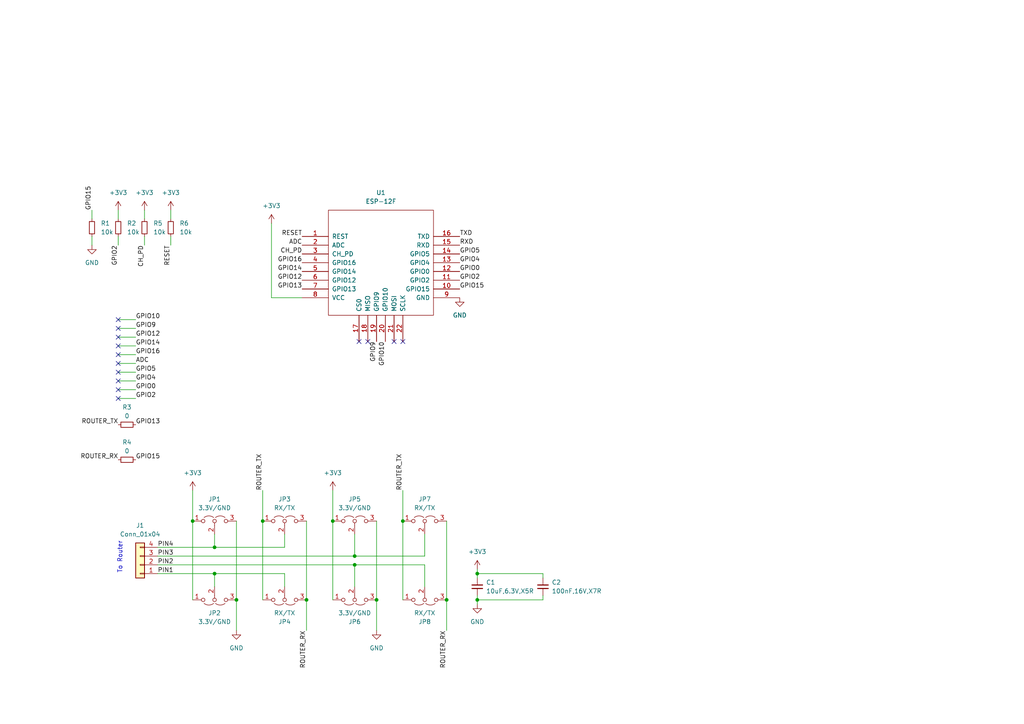
<source format=kicad_sch>
(kicad_sch (version 20211123) (generator eeschema)
  (paper "A4")
  (lib_symbols
    (symbol "Connector_Generic:Conn_01x04" (pin_names (offset 1.016) hide)
      (property "Reference" "J" (at 0 5.08 0))
      (property "Value" "Conn_01x04" (at 0 -7.62 0))
      (symbol "Conn_01x04_1_1"
        (rectangle (start -1.27 -4.953) (end 0 -5.207) (stroke (width 0.1524)))
        (rectangle (start -1.27 -2.413) (end 0 -2.667) (stroke (width 0.1524)))
        (rectangle (start -1.27 0.127) (end 0 -0.127) (stroke (width 0.1524)))
        (rectangle (start -1.27 2.667) (end 0 2.413) (stroke (width 0.1524)))
        (rectangle (start -1.27 3.81) (end 1.27 -6.35) (stroke (width 0.254)) (fill (type background)))
        (pin passive line (at -5.08 2.54 0) (length 3.81) (name "Pin_1") (number "1"))
        (pin passive line (at -5.08 0 0) (length 3.81) (name "Pin_2") (number "2"))
        (pin passive line (at -5.08 -2.54 0) (length 3.81) (name "Pin_3") (number "3"))
        (pin passive line (at -5.08 -5.08 0) (length 3.81) (name "Pin_4") (number "4"))
      )
    )
    (symbol "ESP8266:ESP-12F" (pin_names (offset 1.016))
      (property "Reference" "U" (at 0 -2.54 0))
      (property "Value" "ESP-12F" (at 0 2.54 0))
      (symbol "ESP-12F_1_0"
        (rectangle (start -15.24 -15.24) (end 15.24 15.24))
      )
      (symbol "ESP-12F_1_1"
        (pin input line (at -22.86 7.62 0) (length 7.62) (name "REST") (number "1"))
        (pin bidirectional line (at 22.86 -7.62 180) (length 7.62) (name "GPIO15") (number "10"))
        (pin bidirectional line (at 22.86 -5.08 180) (length 7.62) (name "GPIO2") (number "11"))
        (pin bidirectional line (at 22.86 -2.54 180) (length 7.62) (name "GPIO0") (number "12"))
        (pin bidirectional line (at 22.86 0 180) (length 7.62) (name "GPIO4") (number "13"))
        (pin bidirectional line (at 22.86 2.54 180) (length 7.62) (name "GPIO5") (number "14"))
        (pin input line (at 22.86 5.08 180) (length 7.62) (name "RXD") (number "15"))
        (pin output line (at 22.86 7.62 180) (length 7.62) (name "TXD") (number "16"))
        (pin bidirectional line (at -6.35 -22.86 90) (length 7.62) (name "CS0") (number "17"))
        (pin bidirectional line (at -3.81 -22.86 90) (length 7.62) (name "MISO") (number "18"))
        (pin bidirectional line (at -1.27 -22.86 90) (length 7.62) (name "GPIO9") (number "19"))
        (pin passive line (at -22.86 5.08 0) (length 7.62) (name "ADC") (number "2"))
        (pin bidirectional line (at 1.27 -22.86 90) (length 7.62) (name "GPIO10") (number "20"))
        (pin bidirectional line (at 3.81 -22.86 90) (length 7.62) (name "MOSI") (number "21"))
        (pin bidirectional line (at 6.35 -22.86 90) (length 7.62) (name "SCLK") (number "22"))
        (pin input line (at -22.86 2.54 0) (length 7.62) (name "CH_PD") (number "3"))
        (pin bidirectional line (at -22.86 0 0) (length 7.62) (name "GPIO16") (number "4"))
        (pin bidirectional line (at -22.86 -2.54 0) (length 7.62) (name "GPIO14") (number "5"))
        (pin bidirectional line (at -22.86 -5.08 0) (length 7.62) (name "GPIO12") (number "6"))
        (pin bidirectional line (at -22.86 -7.62 0) (length 7.62) (name "GPIO13") (number "7"))
        (pin power_in line (at -22.86 -10.16 0) (length 7.62) (name "VCC") (number "8"))
        (pin power_in line (at 22.86 -10.16 180) (length 7.62) (name "GND") (number "9"))
      )
    )
    (symbol "Jumper:Jumper_3_Open" (pin_names (offset 0) hide)
      (property "Reference" "JP" (at -2.54 -2.54 0))
      (property "Value" "Jumper_3_Open" (at 0 2.794 0))
      (symbol "Jumper_3_Open_0_0"
        (circle (center -3.302 0) (radius 0.508))
        (circle (center 0 0) (radius 0.508))
        (circle (center 3.302 0) (radius 0.508))
      )
      (symbol "Jumper_3_Open_0_1"
        (arc (start -0.254 1.016) (mid -1.651 1.4992) (end -3.048 1.016))
        (polyline (pts (xy 0 -0.508) (xy 0 -1.27)))
        (arc (start 3.048 1.016) (mid 1.651 1.4992) (end 0.254 1.016))
      )
      (symbol "Jumper_3_Open_1_1"
        (pin passive line (at -6.35 0 0) (length 2.54) (name "A") (number "1"))
        (pin passive line (at 0 -3.81 90) (length 2.54) (name "C") (number "2"))
        (pin passive line (at 6.35 0 180) (length 2.54) (name "B") (number "3"))
      )
    )
    (symbol "jlcpcb-basic-capacitor-0402:100nF,16V,X7R "
      (property "Reference" "C" (at 1.71 0.508 0))
      (property "Value" "100nF,16V,X7R " (at 1.71 -1.016 0))
      (symbol "100nF,16V,X7R _0_0"
        (polyline (pts (xy -1.524 -0.508) (xy 1.524 -0.508)) (stroke (width 0.3048)))
        (polyline (pts (xy -1.524 0.508) (xy 1.524 0.508)) (stroke (width 0.3048)))
        (pin passive line (at 0 2.54 270) (length 2.032) (name "~") (number "1"))
        (pin passive line (at 0 -2.54 90) (length 2.032) (name "~") (number "2"))
      )
    )
    (symbol "jlcpcb-basic-capacitor-0402:10uF,6.3V,X5R "
      (property "Reference" "C" (at 1.71 0.508 0))
      (property "Value" "10uF,6.3V,X5R " (at 1.71 -1.016 0))
      (symbol "10uF,6.3V,X5R _0_0"
        (polyline (pts (xy -1.524 -0.508) (xy 1.524 -0.508)) (stroke (width 0.3048)))
        (polyline (pts (xy -1.524 0.508) (xy 1.524 0.508)) (stroke (width 0.3048)))
        (pin passive line (at 0 2.54 270) (length 2.032) (name "~") (number "1"))
        (pin passive line (at 0 -2.54 90) (length 2.032) (name "~") (number "2"))
      )
    )
    (symbol "jlcpcb-basic-resistor-0402:0"
      (property "Reference" "R" (at 0.762 0.508 0))
      (property "Value" "0" (at 0.762 -1.016 0))
      (symbol "0_0_0"
        (rectangle (start -0.762 1.778) (end 0.762 -1.778) (stroke (width 0.2032)))
        (pin passive line (at 0 2.54 270) (length 0.762) (name "~") (number "1"))
        (pin passive line (at 0 -2.54 90) (length 0.762) (name "~") (number "2"))
      )
    )
    (symbol "jlcpcb-basic-resistor-0402:10k"
      (property "Reference" "R" (at 0.762 0.508 0))
      (property "Value" "10k" (at 0.762 -1.016 0))
      (symbol "10k_0_0"
        (rectangle (start -0.762 1.778) (end 0.762 -1.778) (stroke (width 0.2032)))
        (pin passive line (at 0 2.54 270) (length 0.762) (name "~") (number "1"))
        (pin passive line (at 0 -2.54 90) (length 0.762) (name "~") (number "2"))
      )
    )
    (symbol "power:+3.3V" (power) (pin_names (offset 0))
      (property "Value" "+3.3V" (at 0 3.556 0))
      (symbol "+3.3V_0_1"
        (polyline (pts (xy -0.762 1.27) (xy 0 2.54)))
        (polyline (pts (xy 0 0) (xy 0 2.54)))
        (polyline (pts (xy 0 2.54) (xy 0.762 1.27)))
      )
      (symbol "+3.3V_1_1"
        (pin power_in line (at 0 0 90) (length 0) hide (name "+3V3") (number "1"))
      )
    )
    (symbol "power:GND" (power) (pin_names (offset 0))
      (property "Value" "GND" (at 0 -3.81 0))
      (symbol "GND_0_1"
        (polyline (pts (xy 0 0) (xy 0 -1.27) (xy 1.27 -1.27) (xy 0 -2.54) (xy -1.27 -1.27) (xy 0 -1.27)))
      )
      (symbol "GND_1_1"
        (pin power_in line (at 0 0 270) (length 0) hide (name "GND") (number "1"))
      )
    )
  )
  (junction (at 68.58 173.99))
  (junction (at 76.2 151.13))
  (junction (at 129.54 173.99))
  (junction (at 116.84 151.13))
  (junction (at 88.9 173.99))
  (junction (at 102.87 163.83))
  (junction (at 62.23 166.37))
  (junction (at 96.52 151.13))
  (junction (at 109.22 173.99))
  (junction (at 138.43 166.37))
  (junction (at 55.88 151.13))
  (junction (at 102.87 161.29))
  (junction (at 62.23 158.75))
  (junction (at 138.43 173.99))
  (no_connect (at 114.3 99.06))
  (no_connect (at 116.84 99.06))
  (no_connect (at 106.68 99.06))
  (no_connect (at 104.14 99.06))
  (no_connect (at 34.29 105.41))
  (no_connect (at 34.29 102.87))
  (no_connect (at 34.29 100.33))
  (no_connect (at 34.29 97.79))
  (no_connect (at 34.29 107.95))
  (no_connect (at 34.29 113.03))
  (no_connect (at 34.29 115.57))
  (no_connect (at 34.29 110.49))
  (no_connect (at 34.29 95.25))
  (no_connect (at 34.29 92.71))
  (wire (pts (xy 34.29 113.03) (xy 39.37 113.03)))
  (wire (pts (xy 45.72 166.37) (xy 62.23 166.37)))
  (wire (pts (xy 138.43 166.37) (xy 138.43 167.64)))
  (wire (pts (xy 49.53 68.58) (xy 49.53 71.12)))
  (wire (pts (xy 102.87 161.29) (xy 123.19 161.29)))
  (wire (pts (xy 82.55 158.75) (xy 82.55 154.94)))
  (wire (pts (xy 62.23 166.37) (xy 62.23 170.18)))
  (wire (pts (xy 34.29 92.71) (xy 39.37 92.71)))
  (wire (pts (xy 34.29 107.95) (xy 39.37 107.95)))
  (wire (pts (xy 45.72 158.75) (xy 62.23 158.75)))
  (wire (pts (xy 88.9 173.99) (xy 88.9 182.88)))
  (wire (pts (xy 116.84 151.13) (xy 116.84 173.99)))
  (wire (pts (xy 68.58 151.13) (xy 68.58 173.99)))
  (wire (pts (xy 62.23 158.75) (xy 82.55 158.75)))
  (wire (pts (xy 26.67 68.58) (xy 26.67 71.12)))
  (wire (pts (xy 116.84 142.24) (xy 116.84 151.13)))
  (wire (pts (xy 62.23 166.37) (xy 82.55 166.37)))
  (wire (pts (xy 55.88 142.24) (xy 55.88 151.13)))
  (wire (pts (xy 82.55 166.37) (xy 82.55 170.18)))
  (wire (pts (xy 78.74 64.77) (xy 78.74 86.36)))
  (wire (pts (xy 157.48 173.99) (xy 157.48 172.72)))
  (wire (pts (xy 34.29 115.57) (xy 39.37 115.57)))
  (wire (pts (xy 62.23 158.75) (xy 62.23 154.94)))
  (wire (pts (xy 34.29 68.58) (xy 34.29 71.12)))
  (wire (pts (xy 123.19 170.18) (xy 123.19 163.83)))
  (wire (pts (xy 109.22 151.13) (xy 109.22 173.99)))
  (wire (pts (xy 123.19 154.94) (xy 123.19 161.29)))
  (wire (pts (xy 34.29 100.33) (xy 39.37 100.33)))
  (wire (pts (xy 45.72 163.83) (xy 102.87 163.83)))
  (wire (pts (xy 138.43 172.72) (xy 138.43 173.99)))
  (wire (pts (xy 123.19 163.83) (xy 102.87 163.83)))
  (wire (pts (xy 157.48 166.37) (xy 157.48 167.64)))
  (wire (pts (xy 41.91 60.96) (xy 41.91 63.5)))
  (wire (pts (xy 102.87 154.94) (xy 102.87 161.29)))
  (wire (pts (xy 88.9 151.13) (xy 88.9 173.99)))
  (wire (pts (xy 76.2 151.13) (xy 76.2 173.99)))
  (wire (pts (xy 138.43 165.1) (xy 138.43 166.37)))
  (wire (pts (xy 34.29 97.79) (xy 39.37 97.79)))
  (wire (pts (xy 138.43 173.99) (xy 138.43 175.26)))
  (wire (pts (xy 129.54 151.13) (xy 129.54 173.99)))
  (wire (pts (xy 26.67 60.96) (xy 26.67 63.5)))
  (wire (pts (xy 78.74 86.36) (xy 87.63 86.36)))
  (wire (pts (xy 45.72 161.29) (xy 102.87 161.29)))
  (wire (pts (xy 68.58 173.99) (xy 68.58 182.88)))
  (wire (pts (xy 34.29 60.96) (xy 34.29 63.5)))
  (wire (pts (xy 96.52 142.24) (xy 96.52 151.13)))
  (wire (pts (xy 55.88 151.13) (xy 55.88 173.99)))
  (wire (pts (xy 34.29 95.25) (xy 39.37 95.25)))
  (wire (pts (xy 34.29 105.41) (xy 39.37 105.41)))
  (wire (pts (xy 34.29 110.49) (xy 39.37 110.49)))
  (wire (pts (xy 34.29 102.87) (xy 39.37 102.87)))
  (wire (pts (xy 76.2 142.24) (xy 76.2 151.13)))
  (wire (pts (xy 129.54 173.99) (xy 129.54 182.88)))
  (wire (pts (xy 138.43 173.99) (xy 157.48 173.99)))
  (wire (pts (xy 96.52 151.13) (xy 96.52 173.99)))
  (wire (pts (xy 109.22 173.99) (xy 109.22 182.88)))
  (wire (pts (xy 41.91 68.58) (xy 41.91 71.12)))
  (wire (pts (xy 102.87 163.83) (xy 102.87 170.18)))
  (wire (pts (xy 138.43 166.37) (xy 157.48 166.37)))
  (wire (pts (xy 49.53 60.96) (xy 49.53 63.5)))
  (text "To Router" (at 35.56 166.37 90) (effects (font (size 1.27 1.27)) (justify left bottom)))
  (label "ROUTER_TX" (at 34.29 123.19 180))
  (label "GPIO5" (at 39.37 107.95 0))
  (label "TXD" (at 133.35 68.58 0))
  (label "ADC" (at 87.63 71.12 180))
  (label "GPIO12" (at 87.63 81.28 180))
  (label "GPIO15" (at 26.67 60.96 90))
  (label "GPIO4" (at 133.35 76.2 0))
  (label "GPIO10" (at 111.76 99.06 270))
  (label "PIN2" (at 45.72 163.83 0))
  (label "PIN3" (at 45.72 161.29 0))
  (label "GPIO13" (at 39.37 123.19 0))
  (label "GPIO0" (at 39.37 113.03 0))
  (label "PIN4" (at 45.72 158.75 0))
  (label "GPIO4" (at 39.37 110.49 0))
  (label "GPIO12" (at 39.37 97.79 0))
  (label "ADC" (at 39.37 105.41 0))
  (label "GPIO5" (at 133.35 73.66 0))
  (label "CH_PD" (at 41.91 71.12 270))
  (label "GPIO16" (at 87.63 76.2 180))
  (label "ROUTER_TX" (at 76.2 142.24 90))
  (label "RXD" (at 133.35 71.12 0))
  (label "GPIO9" (at 39.37 95.25 0))
  (label "RESET" (at 87.63 68.58 180))
  (label "ROUTER_RX" (at 129.54 182.88 270))
  (label "GPIO2" (at 39.37 115.57 0))
  (label "GPIO14" (at 39.37 100.33 0))
  (label "ROUTER_TX" (at 116.84 142.24 90))
  (label "CH_PD" (at 87.63 73.66 180))
  (label "PIN1" (at 45.72 166.37 0))
  (label "GPIO16" (at 39.37 102.87 0))
  (label "GPIO13" (at 87.63 83.82 180))
  (label "ROUTER_RX" (at 88.9 182.88 270))
  (label "GPIO2" (at 133.35 81.28 0))
  (label "GPIO9" (at 109.22 99.06 270))
  (label "ROUTER_RX" (at 34.29 133.35 180))
  (label "GPIO14" (at 87.63 78.74 180))
  (label "GPIO2" (at 34.29 71.12 270))
  (label "GPIO0" (at 133.35 78.74 0))
  (label "RESET" (at 49.53 71.12 270))
  (label "GPIO15" (at 39.37 133.35 0))
  (label "GPIO15" (at 133.35 83.82 0))
  (label "GPIO10" (at 39.37 92.71 0))
  (symbol (lib_id "power:+3.3V") (at 49.53 60.96 0) (unit 1)
    (property "Reference" "#PWR04" (effects hide))
    (property "Value" "+3.3V" (at 49.53 55.88 0))
  )
  (symbol (lib_id "power:GND") (at 109.22 182.88 0) (unit 1)
    (property "Reference" "#PWR09" (effects hide))
    (property "Value" "GND" (at 109.22 187.96 0))
  )
  (symbol (lib_id "Jumper:Jumper_3_Open") (at 102.87 173.99 0) (mirror x) (unit 1)
    (property "Reference" "JP6" (at 102.87 180.34 0))
    (property "Value" "3.3V{slash}GND" (at 102.87 177.8 0))
    (property "Footprint" "Jumper:SolderJumper-3_P2.0mm_Open_TrianglePad1.0x1.5mm" (effects hide))
  )
  (symbol (lib_id "Connector_Generic:Conn_01x04") (at 40.64 163.83 180) (unit 1)
    (property "Reference" "J1" (at 40.64 152.4 0))
    (property "Value" "Conn_01x04" (at 40.64 154.94 0))
    (property "Footprint" "esp8266-dongle:PinHeader_1x04_P2.54mm_Horizontal" (effects hide))
  )
  (symbol (lib_id "power:+3.3V") (at 96.52 142.24 0) (unit 1)
    (property "Reference" "#PWR08" (effects hide))
    (property "Value" "+3.3V" (at 96.52 137.16 0))
  )
  (symbol (lib_id "Jumper:Jumper_3_Open") (at 62.23 173.99 0) (mirror x) (unit 1)
    (property "Reference" "JP2" (at 62.23 177.8 0))
    (property "Value" "3.3V/GND" (at 62.23 180.34 0))
    (property "Footprint" "Jumper:SolderJumper-3_P2.0mm_Open_TrianglePad1.0x1.5mm" (effects hide))
  )
  (symbol (lib_id "power:+3.3V") (at 41.91 60.96 0) (unit 1)
    (property "Reference" "#PWR03" (effects hide))
    (property "Value" "+3.3V" (at 41.91 55.88 0))
  )
  (symbol (lib_id "jlcpcb-basic-resistor-0402:10k") (at 34.29 66.04 0) (unit 1)
    (property "Reference" "R2" (at 36.83 64.7699 0) (effects (justify left)))
    (property "Value" "10k" (at 36.83 67.3099 0) (effects (justify left)))
    (property "Footprint" "Resistor_SMD:R_0402_1005Metric" (effects hide))
    (property "Datasheet" "https://datasheet.lcsc.com/lcsc/2110260030_UNI-ROYAL-Uniroyal-Elec-0402WGF1002TCE_C25744.pdf" (effects hide))
    (property "LCSC" "C25744" (effects hide))
    (property "MFG" "UNI-ROYAL(Uniroyal Elec)" (effects hide))
    (property "MFGPN" "0402WGF1002TCE" (effects hide))
  )
  (symbol (lib_id "jlcpcb-basic-capacitor-0402:10uF,6.3V,X5R ") (at 138.43 170.18 0) (unit 1)
    (property "Reference" "C1" (at 140.97 168.9099 0) (effects (justify left)))
    (property "Value" "10uF,6.3V,X5R " (at 140.97 171.4499 0) (effects (justify left)))
    (property "Footprint" "Capacitor_SMD:C_0402_1005Metric" (effects hide))
    (property "Datasheet" "https://datasheet.lcsc.com/lcsc/1810191215_Samsung-Electro-Mechanics-CL05A106MQ5NUNC_C15525.pdf" (effects hide))
    (property "LCSC" "C15525" (effects hide))
    (property "MFG" "Samsung Electro-Mechanics" (effects hide))
    (property "MFGPN" "CL05A106MQ5NUNC" (effects hide))
  )
  (symbol (lib_id "Jumper:Jumper_3_Open") (at 102.87 151.13 0) (unit 1)
    (property "Reference" "JP5" (at 102.87 144.78 0))
    (property "Value" "3.3V{slash}GND" (at 102.87 147.32 0))
    (property "Footprint" "Jumper:SolderJumper-3_P2.0mm_Open_TrianglePad1.0x1.5mm" (effects hide))
  )
  (symbol (lib_id "jlcpcb-basic-resistor-0402:0") (at 36.83 133.35 90) (unit 1)
    (property "Reference" "R4" (at 36.83 128.27 90))
    (property "Value" "0" (at 36.83 130.81 90))
    (property "Footprint" "Resistor_SMD:R_0402_1005Metric" (effects hide))
    (property "Datasheet" "https://datasheet.lcsc.com/lcsc/2110251730_UNI-ROYAL-Uniroyal-Elec-0402WGF0000TCE_C17168.pdf" (effects hide))
    (property "LCSC" "C17168" (effects hide))
    (property "MFG" "UNI-ROYAL(Uniroyal Elec)" (effects hide))
    (property "MFGPN" "0402WGF0000TCE" (effects hide))
  )
  (symbol (lib_id "power:+3.3V") (at 78.74 64.77 0) (unit 1)
    (property "Reference" "#PWR07" (effects hide))
    (property "Value" "+3.3V" (at 78.74 59.69 0))
  )
  (symbol (lib_id "jlcpcb-basic-capacitor-0402:100nF,16V,X7R ") (at 157.48 170.18 0) (unit 1)
    (property "Reference" "C2" (at 160.02 168.9099 0) (effects (justify left)))
    (property "Value" "100nF,16V,X7R " (at 160.02 171.4499 0) (effects (justify left)))
    (property "Footprint" "Capacitor_SMD:C_0402_1005Metric" (effects hide))
    (property "Datasheet" "https://datasheet.lcsc.com/lcsc/1810191219_Samsung-Electro-Mechanics-CL05B104KO5NNNC_C1525.pdf" (effects hide))
    (property "LCSC" "C1525" (effects hide))
    (property "MFG" "Samsung Electro-Mechanics" (effects hide))
    (property "MFGPN" "CL05B104KO5NNNC" (effects hide))
  )
  (symbol (lib_id "Jumper:Jumper_3_Open") (at 62.23 151.13 0) (unit 1)
    (property "Reference" "JP1" (at 62.23 144.78 0))
    (property "Value" "3.3V/GND" (at 62.23 147.32 0))
    (property "Footprint" "Jumper:SolderJumper-3_P2.0mm_Open_TrianglePad1.0x1.5mm" (effects hide))
  )
  (symbol (lib_id "Jumper:Jumper_3_Open") (at 82.55 173.99 0) (mirror x) (unit 1)
    (property "Reference" "JP4" (at 82.55 180.34 0))
    (property "Value" "RX{slash}TX" (at 82.55 177.8 0))
    (property "Footprint" "Jumper:SolderJumper-3_P2.0mm_Open_TrianglePad1.0x1.5mm" (effects hide))
  )
  (symbol (lib_id "power:GND") (at 133.35 86.36 0) (unit 1)
    (property "Reference" "#PWR010" (effects hide))
    (property "Value" "GND" (at 133.35 91.44 0))
  )
  (symbol (lib_id "jlcpcb-basic-resistor-0402:0") (at 36.83 123.19 90) (unit 1)
    (property "Reference" "R3" (at 36.83 118.11 90))
    (property "Value" "0" (at 36.83 120.65 90))
    (property "Footprint" "Resistor_SMD:R_0402_1005Metric" (effects hide))
    (property "Datasheet" "https://datasheet.lcsc.com/lcsc/2110251730_UNI-ROYAL-Uniroyal-Elec-0402WGF0000TCE_C17168.pdf" (effects hide))
    (property "LCSC" "C17168" (effects hide))
    (property "MFG" "UNI-ROYAL(Uniroyal Elec)" (effects hide))
    (property "MFGPN" "0402WGF0000TCE" (effects hide))
  )
  (symbol (lib_id "power:GND") (at 138.43 175.26 0) (unit 1)
    (property "Reference" "#PWR012" (effects hide))
    (property "Value" "GND" (at 138.43 180.34 0))
  )
  (symbol (lib_id "Jumper:Jumper_3_Open") (at 123.19 173.99 0) (mirror x) (unit 1)
    (property "Reference" "JP8" (at 123.19 180.34 0))
    (property "Value" "RX{slash}TX" (at 123.19 177.8 0))
    (property "Footprint" "Jumper:SolderJumper-3_P2.0mm_Open_TrianglePad1.0x1.5mm" (effects hide))
  )
  (symbol (lib_id "ESP8266:ESP-12F") (at 110.49 76.2 0) (unit 1)
    (property "Reference" "U1" (at 110.49 55.88 0))
    (property "Value" "ESP-12F" (at 110.49 58.42 0))
    (property "Footprint" "esp8266-dongle:ESP-12E_SMD" (effects hide))
    (property "Datasheet" "http://l0l.org.uk/2014/12/esp8266-modules-hardware-guide-gotta-catch-em-all/" (effects hide))
  )
  (symbol (lib_id "power:+3.3V") (at 34.29 60.96 0) (unit 1)
    (property "Reference" "#PWR02" (effects hide))
    (property "Value" "+3.3V" (at 34.29 55.88 0))
  )
  (symbol (lib_id "jlcpcb-basic-resistor-0402:10k") (at 49.53 66.04 0) (unit 1)
    (property "Reference" "R6" (at 52.07 64.7699 0) (effects (justify left)))
    (property "Value" "10k" (at 52.07 67.3099 0) (effects (justify left)))
    (property "Footprint" "Resistor_SMD:R_0402_1005Metric" (effects hide))
    (property "Datasheet" "https://datasheet.lcsc.com/lcsc/2110260030_UNI-ROYAL-Uniroyal-Elec-0402WGF1002TCE_C25744.pdf" (effects hide))
    (property "LCSC" "C25744" (effects hide))
    (property "MFG" "UNI-ROYAL(Uniroyal Elec)" (effects hide))
    (property "MFGPN" "0402WGF1002TCE" (effects hide))
  )
  (symbol (lib_id "Jumper:Jumper_3_Open") (at 82.55 151.13 0) (unit 1)
    (property "Reference" "JP3" (at 82.55 144.78 0))
    (property "Value" "RX{slash}TX" (at 82.55 147.32 0))
    (property "Footprint" "Jumper:SolderJumper-3_P2.0mm_Open_TrianglePad1.0x1.5mm" (effects hide))
  )
  (symbol (lib_id "power:+3.3V") (at 138.43 165.1 0) (unit 1)
    (property "Reference" "#PWR011" (effects hide))
    (property "Value" "+3.3V" (at 138.43 160.02 0))
  )
  (symbol (lib_id "power:+3.3V") (at 55.88 142.24 0) (unit 1)
    (property "Reference" "#PWR05" (effects hide))
    (property "Value" "+3.3V" (at 55.88 137.16 0))
  )
  (symbol (lib_id "power:GND") (at 26.67 71.12 0) (unit 1)
    (property "Reference" "#PWR01" (effects hide))
    (property "Value" "GND" (at 26.67 76.2 0))
  )
  (symbol (lib_id "Jumper:Jumper_3_Open") (at 123.19 151.13 0) (unit 1)
    (property "Reference" "JP7" (at 123.19 144.78 0))
    (property "Value" "RX{slash}TX" (at 123.19 147.32 0))
    (property "Footprint" "Jumper:SolderJumper-3_P2.0mm_Open_TrianglePad1.0x1.5mm" (effects hide))
  )
  (symbol (lib_id "power:GND") (at 68.58 182.88 0) (unit 1)
    (property "Reference" "#PWR06" (effects hide))
    (property "Value" "GND" (at 68.58 187.96 0))
  )
  (symbol (lib_id "jlcpcb-basic-resistor-0402:10k") (at 41.91 66.04 0) (unit 1)
    (property "Reference" "R5" (at 44.45 64.7699 0) (effects (justify left)))
    (property "Value" "10k" (at 44.45 67.3099 0) (effects (justify left)))
    (property "Footprint" "Resistor_SMD:R_0402_1005Metric" (effects hide))
    (property "Datasheet" "https://datasheet.lcsc.com/lcsc/2110260030_UNI-ROYAL-Uniroyal-Elec-0402WGF1002TCE_C25744.pdf" (effects hide))
    (property "LCSC" "C25744" (effects hide))
    (property "MFG" "UNI-ROYAL(Uniroyal Elec)" (effects hide))
    (property "MFGPN" "0402WGF1002TCE" (effects hide))
  )
  (symbol (lib_id "jlcpcb-basic-resistor-0402:10k") (at 26.67 66.04 0) (unit 1)
    (property "Reference" "R1" (at 29.21 64.7699 0) (effects (justify left)))
    (property "Value" "10k" (at 29.21 67.3099 0) (effects (justify left)))
    (property "Footprint" "Resistor_SMD:R_0402_1005Metric" (effects hide))
    (property "Datasheet" "https://datasheet.lcsc.com/lcsc/2110260030_UNI-ROYAL-Uniroyal-Elec-0402WGF1002TCE_C25744.pdf" (effects hide))
    (property "LCSC" "C25744" (effects hide))
    (property "MFG" "UNI-ROYAL(Uniroyal Elec)" (effects hide))
    (property "MFGPN" "0402WGF1002TCE" (effects hide))
  )
)
</source>
